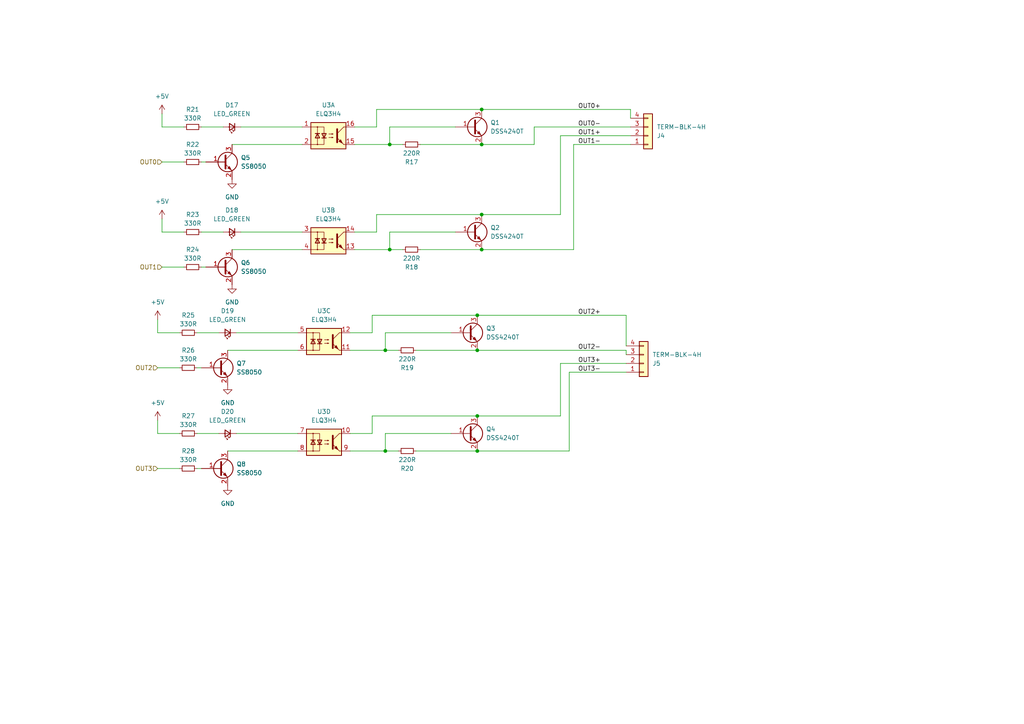
<source format=kicad_sch>
(kicad_sch (version 20230121) (generator eeschema)
  (paper "A4")
  (title_block (title "Kanalog JP12 breakout") (date "2023-05-30") (rev "rev0"))
  (lib_symbols
    (symbol "Device:R_Small" (pin_numbers hide) (pin_names (offset 0.254) hide)
      (property "Reference" "R" (at 0.762 0.508 0))
      (property "Value" "R_Small" (at 0.762 -1.016 0))
      (symbol "R_Small_0_1"
        (rectangle (start -0.762 1.778) (end 0.762 -1.778) (stroke (width 0.2032)))
      )
      (symbol "R_Small_1_1"
        (pin passive line (at 0 2.54 270) (length 0.762) (name "~") (number "1"))
        (pin passive line (at 0 -2.54 90) (length 0.762) (name "~") (number "2"))
      )
    )
    (symbol "hadv-buffers-translators:ELQ3H4" (pin_names (offset 1.016))
      (property "Reference" "U" (at -5.08 5.08 0))
      (property "Value" "ELQ3H4" (at 0 5.08 0))
      (symbol "ELQ3H4_0_1"
        (rectangle (start -5.08 3.81) (end 5.08 -3.81) (stroke (width 0.254)) (fill (type background)))
        (circle (center -3.175 -2.54) (radius 0.127))
        (circle (center -3.175 2.54) (radius 0.127))
        (polyline (pts (xy -3.81 0.635) (xy -2.54 0.635)) (stroke (width 0.254)))
        (polyline (pts (xy -3.175 0.635) (xy -3.175 -2.54)))
        (polyline (pts (xy -3.175 0.635) (xy -3.175 2.54)))
        (polyline (pts (xy -1.905 -0.635) (xy -0.635 -0.635)) (stroke (width 0.254)))
        (polyline (pts (xy 2.54 0.635) (xy 4.445 2.54)))
        (polyline (pts (xy 4.445 -2.54) (xy 2.54 -0.635)) (fill (type outline)))
        (polyline (pts (xy 4.445 -2.54) (xy 5.08 -2.54)))
        (polyline (pts (xy 4.445 2.54) (xy 5.08 2.54)))
        (polyline (pts (xy -5.08 2.54) (xy -1.27 2.54) (xy -1.27 -0.635)))
        (polyline (pts (xy -1.27 -0.635) (xy -1.27 -2.54) (xy -5.08 -2.54)))
        (polyline (pts (xy 2.54 1.905) (xy 2.54 -1.905) (xy 2.54 -1.905)) (stroke (width 0.508)))
        (polyline (pts (xy -3.175 0.635) (xy -3.81 -0.635) (xy -2.54 -0.635) (xy -3.175 0.635)) (stroke (width 0.254)))
        (polyline (pts (xy -1.27 -0.635) (xy -1.905 0.635) (xy -0.635 0.635) (xy -1.27 -0.635)) (stroke (width 0.254)))
        (polyline (pts (xy 0.127 -0.508) (xy 1.397 -0.508) (xy 1.016 -0.635) (xy 1.016 -0.381) (xy 1.397 -0.508)))
        (polyline (pts (xy 0.127 0.508) (xy 1.397 0.508) (xy 1.016 0.381) (xy 1.016 0.635) (xy 1.397 0.508)))
        (polyline (pts (xy 3.048 -1.651) (xy 3.556 -1.143) (xy 4.064 -2.159) (xy 3.048 -1.651) (xy 3.048 -1.651)) (fill (type outline)))
      )
      (symbol "ELQ3H4_1_1"
        (pin passive line (at -7.62 2.54 0) (length 2.54) (name "~") (number "1"))
        (pin passive line (at 7.62 -2.54 180) (length 2.54) (name "~") (number "15"))
        (pin passive line (at 7.62 2.54 180) (length 2.54) (name "~") (number "16"))
        (pin passive line (at -7.62 -2.54 0) (length 2.54) (name "~") (number "2"))
      )
      (symbol "ELQ3H4_2_1"
        (pin passive line (at 7.62 -2.54 180) (length 2.54) (name "~") (number "13"))
        (pin passive line (at 7.62 2.54 180) (length 2.54) (name "~") (number "14"))
        (pin passive line (at -7.62 2.54 0) (length 2.54) (name "~") (number "3"))
        (pin passive line (at -7.62 -2.54 0) (length 2.54) (name "~") (number "4"))
      )
      (symbol "ELQ3H4_3_1"
        (pin passive line (at 7.62 -2.54 180) (length 2.54) (name "~") (number "11"))
        (pin passive line (at 7.62 2.54 180) (length 2.54) (name "~") (number "12"))
        (pin passive line (at -7.62 2.54 0) (length 2.54) (name "~") (number "5"))
        (pin passive line (at -7.62 -2.54 0) (length 2.54) (name "~") (number "6"))
      )
      (symbol "ELQ3H4_4_1"
        (pin passive line (at 7.62 2.54 180) (length 2.54) (name "~") (number "10"))
        (pin passive line (at -7.62 2.54 0) (length 2.54) (name "~") (number "7"))
        (pin passive line (at -7.62 -2.54 0) (length 2.54) (name "~") (number "8"))
        (pin passive line (at 7.62 -2.54 180) (length 2.54) (name "~") (number "9"))
      )
    )
    (symbol "hadv-connectors:TERM-BLK-4H" (pin_names (offset 1.016) hide)
      (property "Reference" "J" (at 0 5.08 0))
      (property "Value" "TERM-BLK-4H" (at 0 -7.62 0))
      (symbol "TERM-BLK-4H_1_1"
        (rectangle (start -1.27 -4.953) (end 0 -5.207) (stroke (width 0.1524)))
        (rectangle (start -1.27 -2.413) (end 0 -2.667) (stroke (width 0.1524)))
        (rectangle (start -1.27 0.127) (end 0 -0.127) (stroke (width 0.1524)))
        (rectangle (start -1.27 2.667) (end 0 2.413) (stroke (width 0.1524)))
        (rectangle (start -1.27 3.81) (end 1.27 -6.35) (stroke (width 0.254)) (fill (type background)))
        (pin passive line (at -5.08 2.54 0) (length 3.81) (name "Pin_1") (number "1"))
        (pin passive line (at -5.08 0 0) (length 3.81) (name "Pin_2") (number "2"))
        (pin passive line (at -5.08 -2.54 0) (length 3.81) (name "Pin_3") (number "3"))
        (pin passive line (at -5.08 -5.08 0) (length 3.81) (name "Pin_4") (number "4"))
      )
    )
    (symbol "hadv-transistors:DSS4240T" (pin_names (offset 0) hide)
      (property "Reference" "Q" (at 5.08 1.27 0))
      (property "Value" "DSS4240T" (at 5.08 -1.27 0))
      (symbol "DSS4240T_0_1"
        (polyline (pts (xy 0.635 0.635) (xy 2.54 2.54)))
        (polyline (pts (xy 0.635 -0.635) (xy 2.54 -2.54) (xy 2.54 -2.54)))
        (polyline (pts (xy 0.635 1.905) (xy 0.635 -1.905) (xy 0.635 -1.905)) (stroke (width 0.508)))
        (polyline (pts (xy 1.27 -1.778) (xy 1.778 -1.27) (xy 2.286 -2.286) (xy 1.27 -1.778) (xy 1.27 -1.778)) (fill (type outline)))
        (circle (center 1.27 0) (radius 2.8194) (stroke (width 0.254)))
      )
      (symbol "DSS4240T_1_1"
        (pin input line (at -5.08 0 0) (length 5.715) (name "B") (number "1"))
        (pin passive line (at 2.54 -5.08 90) (length 2.54) (name "E") (number "2"))
        (pin passive line (at 2.54 5.08 270) (length 2.54) (name "C") (number "3"))
      )
    )
    (symbol "hadv-transistors:SS8050" (pin_names (offset 0) hide)
      (property "Reference" "Q" (at 5.08 1.27 0))
      (property "Value" "SS8050" (at 5.08 -1.27 0))
      (symbol "SS8050_0_1"
        (polyline (pts (xy 0.635 0.635) (xy 2.54 2.54)))
        (polyline (pts (xy 0.635 -0.635) (xy 2.54 -2.54) (xy 2.54 -2.54)))
        (polyline (pts (xy 0.635 1.905) (xy 0.635 -1.905) (xy 0.635 -1.905)) (stroke (width 0.508)))
        (polyline (pts (xy 1.27 -1.778) (xy 1.778 -1.27) (xy 2.286 -2.286) (xy 1.27 -1.778) (xy 1.27 -1.778)) (fill (type outline)))
        (circle (center 1.27 0) (radius 2.8194) (stroke (width 0.254)))
      )
      (symbol "SS8050_1_1"
        (pin input line (at -5.08 0 0) (length 5.715) (name "B") (number "1"))
        (pin passive line (at 2.54 -5.08 90) (length 2.54) (name "E") (number "2"))
        (pin passive line (at 2.54 5.08 270) (length 2.54) (name "C") (number "3"))
      )
    )
    (symbol "hadv-ui:LED_GREEN" (pin_numbers hide) (pin_names (offset 0.254) hide)
      (property "Reference" "D" (at -1.27 3.175 0))
      (property "Value" "LED_GREEN" (at -4.445 -2.54 0))
      (symbol "LED_GREEN_0_1"
        (polyline (pts (xy -0.762 -1.016) (xy -0.762 1.016)) (stroke (width 0.254)))
        (polyline (pts (xy 1.016 0) (xy -0.762 0)))
        (polyline (pts (xy 0.762 -1.016) (xy -0.762 0) (xy 0.762 1.016) (xy 0.762 -1.016)) (stroke (width 0.254)))
        (polyline (pts (xy 0 0.762) (xy -0.508 1.27) (xy -0.254 1.27) (xy -0.508 1.27) (xy -0.508 1.016)))
        (polyline (pts (xy 0.508 1.27) (xy 0 1.778) (xy 0.254 1.778) (xy 0 1.778) (xy 0 1.524)))
      )
      (symbol "LED_GREEN_1_1"
        (pin passive line (at -2.54 0 0) (length 1.778) (name "K") (number "1"))
        (pin passive line (at 2.54 0 180) (length 1.778) (name "A") (number "2"))
      )
    )
    (symbol "power:+5V" (power) (pin_names (offset 0))
      (property "Value" "+5V" (at 0 3.556 0))
      (symbol "+5V_0_1"
        (polyline (pts (xy -0.762 1.27) (xy 0 2.54)))
        (polyline (pts (xy 0 0) (xy 0 2.54)))
        (polyline (pts (xy 0 2.54) (xy 0.762 1.27)))
      )
      (symbol "+5V_1_1"
        (pin power_in line (at 0 0 90) (length 0) hide (name "+5V") (number "1"))
      )
    )
    (symbol "power:GND" (power) (pin_names (offset 0))
      (property "Value" "GND" (at 0 -3.81 0))
      (symbol "GND_0_1"
        (polyline (pts (xy 0 0) (xy 0 -1.27) (xy 1.27 -1.27) (xy 0 -2.54) (xy -1.27 -1.27) (xy 0 -1.27)))
      )
      (symbol "GND_1_1"
        (pin power_in line (at 0 0 270) (length 0) hide (name "GND") (number "1"))
      )
    )
  )
  (junction (at 139.7 31.75))
  (junction (at 138.43 101.6))
  (junction (at 139.7 41.91))
  (junction (at 113.03 72.39))
  (junction (at 113.03 41.91))
  (junction (at 138.43 120.65))
  (junction (at 139.7 62.23))
  (junction (at 139.7 72.39))
  (junction (at 111.76 130.81))
  (junction (at 138.43 91.44))
  (junction (at 138.43 130.81))
  (junction (at 111.76 101.6))
  (wire (pts (xy 181.61 91.44) (xy 181.61 100.33)))
  (wire (pts (xy 101.6 101.6) (xy 111.76 101.6)))
  (wire (pts (xy 45.72 92.71) (xy 45.72 96.52)))
  (wire (pts (xy 139.7 41.91) (xy 154.94 41.91)))
  (wire (pts (xy 113.03 41.91) (xy 116.84 41.91)))
  (wire (pts (xy 182.88 36.83) (xy 154.94 36.83)))
  (wire (pts (xy 109.22 31.75) (xy 139.7 31.75)))
  (wire (pts (xy 45.72 135.89) (xy 52.07 135.89)))
  (wire (pts (xy 130.81 125.73) (xy 111.76 125.73)))
  (wire (pts (xy 182.88 31.75) (xy 182.88 34.29)))
  (wire (pts (xy 111.76 101.6) (xy 115.57 101.6)))
  (wire (pts (xy 138.43 101.6) (xy 181.61 101.6)))
  (wire (pts (xy 130.81 96.52) (xy 111.76 96.52)))
  (wire (pts (xy 138.43 91.44) (xy 181.61 91.44)))
  (wire (pts (xy 121.92 41.91) (xy 139.7 41.91)))
  (wire (pts (xy 53.34 67.31) (xy 46.99 67.31)))
  (wire (pts (xy 107.95 125.73) (xy 107.95 120.65)))
  (wire (pts (xy 58.42 67.31) (xy 64.77 67.31)))
  (wire (pts (xy 57.15 96.52) (xy 63.5 96.52)))
  (wire (pts (xy 45.72 121.92) (xy 45.72 125.73)))
  (wire (pts (xy 66.04 101.6) (xy 86.36 101.6)))
  (wire (pts (xy 139.7 62.23) (xy 162.56 62.23)))
  (wire (pts (xy 58.42 46.99) (xy 59.69 46.99)))
  (wire (pts (xy 102.87 67.31) (xy 109.22 67.31)))
  (wire (pts (xy 139.7 72.39) (xy 166.37 72.39)))
  (wire (pts (xy 107.95 91.44) (xy 138.43 91.44)))
  (wire (pts (xy 46.99 63.5) (xy 46.99 67.31)))
  (wire (pts (xy 57.15 106.68) (xy 58.42 106.68)))
  (wire (pts (xy 101.6 96.52) (xy 107.95 96.52)))
  (wire (pts (xy 101.6 125.73) (xy 107.95 125.73)))
  (wire (pts (xy 68.58 125.73) (xy 86.36 125.73)))
  (wire (pts (xy 46.99 77.47) (xy 53.34 77.47)))
  (wire (pts (xy 52.07 96.52) (xy 45.72 96.52)))
  (wire (pts (xy 53.34 36.83) (xy 46.99 36.83)))
  (wire (pts (xy 102.87 72.39) (xy 113.03 72.39)))
  (wire (pts (xy 67.31 72.39) (xy 87.63 72.39)))
  (wire (pts (xy 57.15 125.73) (xy 63.5 125.73)))
  (wire (pts (xy 46.99 46.99) (xy 53.34 46.99)))
  (wire (pts (xy 107.95 96.52) (xy 107.95 91.44)))
  (wire (pts (xy 109.22 36.83) (xy 109.22 31.75)))
  (wire (pts (xy 52.07 125.73) (xy 45.72 125.73)))
  (wire (pts (xy 162.56 120.65) (xy 162.56 105.41)))
  (wire (pts (xy 67.31 41.91) (xy 87.63 41.91)))
  (wire (pts (xy 138.43 120.65) (xy 162.56 120.65)))
  (wire (pts (xy 69.85 67.31) (xy 87.63 67.31)))
  (wire (pts (xy 107.95 120.65) (xy 138.43 120.65)))
  (wire (pts (xy 154.94 36.83) (xy 154.94 41.91)))
  (wire (pts (xy 162.56 62.23) (xy 162.56 39.37)))
  (wire (pts (xy 69.85 36.83) (xy 87.63 36.83)))
  (wire (pts (xy 121.92 72.39) (xy 139.7 72.39)))
  (wire (pts (xy 113.03 36.83) (xy 113.03 41.91)))
  (wire (pts (xy 101.6 130.81) (xy 111.76 130.81)))
  (wire (pts (xy 162.56 39.37) (xy 182.88 39.37)))
  (wire (pts (xy 109.22 67.31) (xy 109.22 62.23)))
  (wire (pts (xy 45.72 106.68) (xy 52.07 106.68)))
  (wire (pts (xy 58.42 77.47) (xy 59.69 77.47)))
  (wire (pts (xy 166.37 41.91) (xy 182.88 41.91)))
  (wire (pts (xy 102.87 41.91) (xy 113.03 41.91)))
  (wire (pts (xy 165.1 107.95) (xy 181.61 107.95)))
  (wire (pts (xy 165.1 107.95) (xy 165.1 130.81)))
  (wire (pts (xy 46.99 33.02) (xy 46.99 36.83)))
  (wire (pts (xy 111.76 130.81) (xy 115.57 130.81)))
  (wire (pts (xy 120.65 101.6) (xy 138.43 101.6)))
  (wire (pts (xy 162.56 105.41) (xy 181.61 105.41)))
  (wire (pts (xy 68.58 96.52) (xy 86.36 96.52)))
  (wire (pts (xy 58.42 36.83) (xy 64.77 36.83)))
  (wire (pts (xy 111.76 96.52) (xy 111.76 101.6)))
  (wire (pts (xy 113.03 72.39) (xy 116.84 72.39)))
  (wire (pts (xy 132.08 67.31) (xy 113.03 67.31)))
  (wire (pts (xy 113.03 67.31) (xy 113.03 72.39)))
  (wire (pts (xy 109.22 62.23) (xy 139.7 62.23)))
  (wire (pts (xy 66.04 130.81) (xy 86.36 130.81)))
  (wire (pts (xy 111.76 125.73) (xy 111.76 130.81)))
  (wire (pts (xy 57.15 135.89) (xy 58.42 135.89)))
  (wire (pts (xy 102.87 36.83) (xy 109.22 36.83)))
  (wire (pts (xy 166.37 41.91) (xy 166.37 72.39)))
  (wire (pts (xy 120.65 130.81) (xy 138.43 130.81)))
  (wire (pts (xy 139.7 31.75) (xy 182.88 31.75)))
  (wire (pts (xy 181.61 101.6) (xy 181.61 102.87)))
  (wire (pts (xy 138.43 130.81) (xy 165.1 130.81)))
  (wire (pts (xy 132.08 36.83) (xy 113.03 36.83)))
  (label "OUT0-" (at 167.64 36.83 0))
  (label "OUT1+" (at 167.64 39.37 0))
  (label "OUT2+" (at 167.64 91.44 0))
  (label "OUT3+" (at 167.64 105.41 0))
  (label "OUT2-" (at 167.64 101.6 0))
  (label "OUT1-" (at 167.64 41.91 0))
  (label "OUT3-" (at 167.64 107.95 0))
  (label "OUT0+" (at 167.64 31.75 0))
  (hierarchical_label "OUT0" (shape input) (at 46.99 46.99 180))
  (hierarchical_label "OUT2" (shape input) (at 45.72 106.68 180))
  (hierarchical_label "OUT1" (shape input) (at 46.99 77.47 180))
  (hierarchical_label "OUT3" (shape input) (at 45.72 135.89 180))
  (symbol (lib_id "Device:R_Small") (at 54.61 125.73 90) (unit 1)
    (property "Reference" "R27" (at 54.61 120.65 90))
    (property "Value" "330R" (at 54.61 123.19 90))
    (property "Footprint" "Resistor_SMD:R_0603_1608Metric" (effects hide))
    (property "LCSC#" "C23138" (effects hide))
    (property "MPN" "0603WAF3300T5E" (effects hide))
    (property "Manufacturer" "Uniroyal" (effects hide))
    (instances (project "kanalog-jp12-breakout" (path "" (reference "R27") (unit 1)) (path "" (reference "R31") (unit 1))))
  )
  (symbol (lib_id "power:GND") (at 66.04 111.76 0) (unit 1)
    (property "Reference" "#PWR021" (effects hide))
    (property "Value" "GND" (at 66.04 116.84 0))
    (instances (project "kanalog-jp12-breakout" (path "" (reference "#PWR021") (unit 1)) (path "" (reference "#PWR028") (unit 1))))
  )
  (symbol (lib_id "hadv-connectors:TERM-BLK-4H") (at 186.69 105.41 0) (mirror x) (unit 1)
    (property "Reference" "J5" (at 189.23 105.41 0) (effects (justify left)))
    (property "Value" "TERM-BLK-4H" (at 189.23 102.87 0) (effects (justify left)))
    (property "Footprint" "Connector_Phoenix_MC:PhoenixContact_MC_1,5_4-G-3.5_1x04_P3.50mm_Horizontal" (effects hide))
    (property "MPN" "KF2EDGR-3.5-4P" (effects hide))
    (property "Manufacturer" "Cixi Kefa Elec" (effects hide))
    (property "LCSC#" "C441173" (effects hide))
    (instances (project "kanalog-jp12-breakout" (path "" (reference "J5") (unit 1)) (path "" (reference "J6") (unit 1))))
  )
  (symbol (lib_id "hadv-buffers-translators:ELQ3H4") (at 95.25 39.37 0) (unit 1)
    (property "Reference" "U3" (at 95.25 30.48 0))
    (property "Value" "ELQ3H4" (at 95.25 33.02 0))
    (property "Footprint" "Package_SO:SOIC-16W_5.3x10.2mm_P1.27mm" (effects hide))
    (property "Datasheet" "https://datasheet.lcsc.com/lcsc/1810301025_Everlight-Elec-ELQ3H4-TA-G_C150957.pdf" (effects hide))
    (property "MPN" "ELQ3H4(TA)-G" (effects hide))
    (property "Manufacturer" "Everlight Elec" (effects hide))
    (property "LCSC#" "C150957" (effects hide))
    (instances (project "kanalog-jp12-breakout" (path "" (reference "U3") (unit 1)) (path "" (reference "U4") (unit 1))))
  )
  (symbol (lib_id "hadv-ui:LED_GREEN") (at 66.04 125.73 180) (unit 1)
    (property "Reference" "D20" (at 65.9765 119.38 0))
    (property "Value" "LED_GREEN" (at 65.9765 121.92 0))
    (property "Footprint" "LED_SMD:LED_0603_1608Metric" (effects hide))
    (property "MPN" "SZYY0603YG" (effects hide))
    (property "Manufacturer" "Yongyu Photoelectric" (effects hide))
    (property "LCSC#" "C434423" (effects hide))
    (instances (project "kanalog-jp12-breakout" (path "" (reference "D20") (unit 1)) (path "" (reference "D22") (unit 1))))
  )
  (symbol (lib_id "hadv-transistors:SS8050") (at 64.77 46.99 0) (unit 1)
    (property "Reference" "Q5" (at 69.85 45.72 0) (effects (justify left)))
    (property "Value" "SS8050" (at 69.85 48.26 0) (effects (justify left)))
    (property "Footprint" "Package_TO_SOT_SMD:SOT-23" (effects hide))
    (property "MPN" "SS8050" (effects hide))
    (property "Manufacturer" "Jiangsu Changjing Electronics" (effects hide))
    (property "LCSC#" "C2150" (effects hide))
    (instances (project "kanalog-jp12-breakout" (path "" (reference "Q5") (unit 1)) (path "" (reference "Q11") (unit 1))))
  )
  (symbol (lib_id "power:+5V") (at 45.72 121.92 0) (unit 1)
    (property "Reference" "#PWR022" (effects hide))
    (property "Value" "+5V" (at 45.72 116.84 0))
    (instances (project "kanalog-jp12-breakout" (path "" (reference "#PWR022") (unit 1)) (path "" (reference "#PWR025") (unit 1))))
  )
  (symbol (lib_id "Device:R_Small") (at 119.38 41.91 270) (unit 1)
    (property "Reference" "R17" (at 119.38 46.99 90))
    (property "Value" "220R" (at 119.38 44.45 90))
    (property "Footprint" "Resistor_SMD:R_0603_1608Metric" (effects hide))
    (property "LCSC#" "C22962" (effects hide))
    (property "MPN" "0603WAF2200T5E" (effects hide))
    (property "Manufacturer" "Uniroyal" (effects hide))
    (instances (project "kanalog-jp12-breakout" (path "" (reference "R17") (unit 1)) (path "" (reference "R39") (unit 1))))
  )
  (symbol (lib_id "Device:R_Small") (at 55.88 67.31 90) (unit 1)
    (property "Reference" "R23" (at 55.88 62.23 90))
    (property "Value" "330R" (at 55.88 64.77 90))
    (property "Footprint" "Resistor_SMD:R_0603_1608Metric" (effects hide))
    (property "LCSC#" "C23138" (effects hide))
    (property "MPN" "0603WAF3300T5E" (effects hide))
    (property "Manufacturer" "Uniroyal" (effects hide))
    (instances (project "kanalog-jp12-breakout" (path "" (reference "R23") (unit 1)) (path "" (reference "R35") (unit 1))))
  )
  (symbol (lib_id "Device:R_Small") (at 54.61 96.52 90) (unit 1)
    (property "Reference" "R25" (at 54.61 91.44 90))
    (property "Value" "330R" (at 54.61 93.98 90))
    (property "Footprint" "Resistor_SMD:R_0603_1608Metric" (effects hide))
    (property "LCSC#" "C23138" (effects hide))
    (property "MPN" "0603WAF3300T5E" (effects hide))
    (property "Manufacturer" "Uniroyal" (effects hide))
    (instances (project "kanalog-jp12-breakout" (path "" (reference "R25") (unit 1)) (path "" (reference "R29") (unit 1))))
  )
  (symbol (lib_id "power:GND") (at 66.04 140.97 0) (unit 1)
    (property "Reference" "#PWR023" (effects hide))
    (property "Value" "GND" (at 66.04 146.05 0))
    (instances (project "kanalog-jp12-breakout" (path "" (reference "#PWR023") (unit 1)) (path "" (reference "#PWR029") (unit 1))))
  )
  (symbol (lib_id "power:GND") (at 67.31 52.07 0) (unit 1)
    (property "Reference" "#PWR017" (effects hide))
    (property "Value" "GND" (at 67.31 57.15 0))
    (instances (project "kanalog-jp12-breakout" (path "" (reference "#PWR017") (unit 1)) (path "" (reference "#PWR030") (unit 1))))
  )
  (symbol (lib_id "hadv-transistors:DSS4240T") (at 137.16 67.31 0) (unit 1)
    (property "Reference" "Q2" (at 142.24 66.04 0) (effects (justify left)))
    (property "Value" "DSS4240T" (at 142.24 68.58 0) (effects (justify left)))
    (property "Footprint" "Package_TO_SOT_SMD:SOT-23" (effects hide))
    (property "Datasheet" "https://datasheet.lcsc.com/lcsc/1809081612_Diodes-Incorporated-DSS4240T-7_C151399.pdf" (effects hide))
    (property "LCSC#" "C151399" (effects hide))
    (property "Manufacturer" "Diodes Inc" (effects hide))
    (property "MPN" "DSS4240T-7" (effects hide))
    (instances (project "kanalog-jp12-breakout" (path "" (reference "Q2") (unit 1)) (path "" (reference "Q16") (unit 1))))
  )
  (symbol (lib_id "hadv-transistors:DSS4240T") (at 135.89 125.73 0) (unit 1)
    (property "Reference" "Q4" (at 140.97 124.46 0) (effects (justify left)))
    (property "Value" "DSS4240T" (at 140.97 127 0) (effects (justify left)))
    (property "Footprint" "Package_TO_SOT_SMD:SOT-23" (effects hide))
    (property "Datasheet" "https://datasheet.lcsc.com/lcsc/1809081612_Diodes-Incorporated-DSS4240T-7_C151399.pdf" (effects hide))
    (property "LCSC#" "C151399" (effects hide))
    (property "Manufacturer" "Diodes Inc" (effects hide))
    (property "MPN" "DSS4240T-7" (effects hide))
    (instances (project "kanalog-jp12-breakout" (path "" (reference "Q4") (unit 1)) (path "" (reference "Q14") (unit 1))))
  )
  (symbol (lib_id "hadv-buffers-translators:ELQ3H4") (at 95.25 69.85 0) (unit 2)
    (property "Reference" "U3" (at 95.25 60.96 0))
    (property "Value" "ELQ3H4" (at 95.25 63.5 0))
    (property "Footprint" "Package_SO:SOIC-16W_5.3x10.2mm_P1.27mm" (effects hide))
    (property "Datasheet" "https://datasheet.lcsc.com/lcsc/1810301025_Everlight-Elec-ELQ3H4-TA-G_C150957.pdf" (effects hide))
    (property "MPN" "ELQ3H4(TA)-G" (effects hide))
    (property "Manufacturer" "Everlight Elec" (effects hide))
    (property "LCSC#" "C150957" (effects hide))
    (instances (project "kanalog-jp12-breakout" (path "" (reference "U3") (unit 2)) (path "" (reference "U4") (unit 2))))
  )
  (symbol (lib_id "Device:R_Small") (at 118.11 101.6 270) (unit 1)
    (property "Reference" "R19" (at 118.11 106.68 90))
    (property "Value" "220R" (at 118.11 104.14 90))
    (property "Footprint" "Resistor_SMD:R_0603_1608Metric" (effects hide))
    (property "LCSC#" "C22962" (effects hide))
    (property "MPN" "0603WAF2200T5E" (effects hide))
    (property "Manufacturer" "Uniroyal" (effects hide))
    (instances (project "kanalog-jp12-breakout" (path "" (reference "R19") (unit 1)) (path "" (reference "R37") (unit 1))))
  )
  (symbol (lib_id "hadv-transistors:DSS4240T") (at 135.89 96.52 0) (unit 1)
    (property "Reference" "Q3" (at 140.97 95.25 0) (effects (justify left)))
    (property "Value" "DSS4240T" (at 140.97 97.79 0) (effects (justify left)))
    (property "Footprint" "Package_TO_SOT_SMD:SOT-23" (effects hide))
    (property "Datasheet" "https://datasheet.lcsc.com/lcsc/1809081612_Diodes-Incorporated-DSS4240T-7_C151399.pdf" (effects hide))
    (property "LCSC#" "C151399" (effects hide))
    (property "Manufacturer" "Diodes Inc" (effects hide))
    (property "MPN" "DSS4240T-7" (effects hide))
    (instances (project "kanalog-jp12-breakout" (path "" (reference "Q3") (unit 1)) (path "" (reference "Q13") (unit 1))))
  )
  (symbol (lib_id "Device:R_Small") (at 55.88 46.99 90) (unit 1)
    (property "Reference" "R22" (at 55.88 41.91 90))
    (property "Value" "330R" (at 55.88 44.45 90))
    (property "Footprint" "Resistor_SMD:R_0603_1608Metric" (effects hide))
    (property "LCSC#" "C23138" (effects hide))
    (property "MPN" "0603WAF3300T5E" (effects hide))
    (property "Manufacturer" "Uniroyal" (effects hide))
    (instances (project "kanalog-jp12-breakout" (path "" (reference "R22") (unit 1)) (path "" (reference "R34") (unit 1))))
  )
  (symbol (lib_id "Device:R_Small") (at 55.88 77.47 90) (unit 1)
    (property "Reference" "R24" (at 55.88 72.39 90))
    (property "Value" "330R" (at 55.88 74.93 90))
    (property "Footprint" "Resistor_SMD:R_0603_1608Metric" (effects hide))
    (property "LCSC#" "C23138" (effects hide))
    (property "MPN" "0603WAF3300T5E" (effects hide))
    (property "Manufacturer" "Uniroyal" (effects hide))
    (instances (project "kanalog-jp12-breakout" (path "" (reference "R24") (unit 1)) (path "" (reference "R36") (unit 1))))
  )
  (symbol (lib_id "hadv-buffers-translators:ELQ3H4") (at 93.98 128.27 0) (unit 4)
    (property "Reference" "U3" (at 93.98 119.38 0))
    (property "Value" "ELQ3H4" (at 93.98 121.92 0))
    (property "Footprint" "Package_SO:SOIC-16W_5.3x10.2mm_P1.27mm" (effects hide))
    (property "Datasheet" "https://datasheet.lcsc.com/lcsc/1810301025_Everlight-Elec-ELQ3H4-TA-G_C150957.pdf" (effects hide))
    (property "MPN" "ELQ3H4(TA)-G" (effects hide))
    (property "Manufacturer" "Everlight Elec" (effects hide))
    (property "LCSC#" "C150957" (effects hide))
    (instances (project "kanalog-jp12-breakout" (path "" (reference "U3") (unit 4)) (path "" (reference "U4") (unit 4))))
  )
  (symbol (lib_id "Device:R_Small") (at 55.88 36.83 90) (unit 1)
    (property "Reference" "R21" (at 55.88 31.75 90))
    (property "Value" "330R" (at 55.88 34.29 90))
    (property "Footprint" "Resistor_SMD:R_0603_1608Metric" (effects hide))
    (property "LCSC#" "C23138" (effects hide))
    (property "MPN" "0603WAF3300T5E" (effects hide))
    (property "Manufacturer" "Uniroyal" (effects hide))
    (instances (project "kanalog-jp12-breakout" (path "" (reference "R21") (unit 1)) (path "" (reference "R33") (unit 1))))
  )
  (symbol (lib_id "Device:R_Small") (at 118.11 130.81 270) (unit 1)
    (property "Reference" "R20" (at 118.11 135.89 90))
    (property "Value" "220R" (at 118.11 133.35 90))
    (property "Footprint" "Resistor_SMD:R_0603_1608Metric" (effects hide))
    (property "LCSC#" "C22962" (effects hide))
    (property "MPN" "0603WAF2200T5E" (effects hide))
    (property "Manufacturer" "Uniroyal" (effects hide))
    (instances (project "kanalog-jp12-breakout" (path "" (reference "R20") (unit 1)) (path "" (reference "R38") (unit 1))))
  )
  (symbol (lib_id "Device:R_Small") (at 54.61 135.89 90) (unit 1)
    (property "Reference" "R28" (at 54.61 130.81 90))
    (property "Value" "330R" (at 54.61 133.35 90))
    (property "Footprint" "Resistor_SMD:R_0603_1608Metric" (effects hide))
    (property "LCSC#" "C23138" (effects hide))
    (property "MPN" "0603WAF3300T5E" (effects hide))
    (property "Manufacturer" "Uniroyal" (effects hide))
    (instances (project "kanalog-jp12-breakout" (path "" (reference "R28") (unit 1)) (path "" (reference "R32") (unit 1))))
  )
  (symbol (lib_id "hadv-transistors:SS8050") (at 63.5 106.68 0) (unit 1)
    (property "Reference" "Q7" (at 68.58 105.41 0) (effects (justify left)))
    (property "Value" "SS8050" (at 68.58 107.95 0) (effects (justify left)))
    (property "Footprint" "Package_TO_SOT_SMD:SOT-23" (effects hide))
    (property "MPN" "SS8050" (effects hide))
    (property "Manufacturer" "Jiangsu Changjing Electronics" (effects hide))
    (property "LCSC#" "C2150" (effects hide))
    (instances (project "kanalog-jp12-breakout" (path "" (reference "Q7") (unit 1)) (path "" (reference "Q9") (unit 1))))
  )
  (symbol (lib_id "hadv-transistors:DSS4240T") (at 137.16 36.83 0) (unit 1)
    (property "Reference" "Q1" (at 142.24 35.56 0) (effects (justify left)))
    (property "Value" "DSS4240T" (at 142.24 38.1 0) (effects (justify left)))
    (property "Footprint" "Package_TO_SOT_SMD:SOT-23" (effects hide))
    (property "Datasheet" "https://datasheet.lcsc.com/lcsc/1809081612_Diodes-Incorporated-DSS4240T-7_C151399.pdf" (effects hide))
    (property "LCSC#" "C151399" (effects hide))
    (property "Manufacturer" "Diodes Inc" (effects hide))
    (property "MPN" "DSS4240T-7" (effects hide))
    (instances (project "kanalog-jp12-breakout" (path "" (reference "Q1") (unit 1)) (path "" (reference "Q15") (unit 1))))
  )
  (symbol (lib_id "hadv-transistors:SS8050") (at 64.77 77.47 0) (unit 1)
    (property "Reference" "Q6" (at 69.85 76.2 0) (effects (justify left)))
    (property "Value" "SS8050" (at 69.85 78.74 0) (effects (justify left)))
    (property "Footprint" "Package_TO_SOT_SMD:SOT-23" (effects hide))
    (property "MPN" "SS8050" (effects hide))
    (property "Manufacturer" "Jiangsu Changjing Electronics" (effects hide))
    (property "LCSC#" "C2150" (effects hide))
    (instances (project "kanalog-jp12-breakout" (path "" (reference "Q6") (unit 1)) (path "" (reference "Q12") (unit 1))))
  )
  (symbol (lib_id "hadv-connectors:TERM-BLK-4H") (at 187.96 39.37 0) (mirror x) (unit 1)
    (property "Reference" "J4" (at 190.5 39.37 0) (effects (justify left)))
    (property "Value" "TERM-BLK-4H" (at 190.5 36.83 0) (effects (justify left)))
    (property "Footprint" "Connector_Phoenix_MC:PhoenixContact_MC_1,5_4-G-3.5_1x04_P3.50mm_Horizontal" (effects hide))
    (property "MPN" "KF2EDGR-3.5-4P" (effects hide))
    (property "Manufacturer" "Cixi Kefa Elec" (effects hide))
    (property "LCSC#" "C441173" (effects hide))
    (instances (project "kanalog-jp12-breakout" (path "" (reference "J4") (unit 1)) (path "" (reference "J7") (unit 1))))
  )
  (symbol (lib_id "hadv-ui:LED_GREEN") (at 67.31 67.31 180) (unit 1)
    (property "Reference" "D18" (at 67.2465 60.96 0))
    (property "Value" "LED_GREEN" (at 67.2465 63.5 0))
    (property "Footprint" "LED_SMD:LED_0603_1608Metric" (effects hide))
    (property "MPN" "SZYY0603YG" (effects hide))
    (property "Manufacturer" "Yongyu Photoelectric" (effects hide))
    (property "LCSC#" "C434423" (effects hide))
    (instances (project "kanalog-jp12-breakout" (path "" (reference "D18") (unit 1)) (path "" (reference "D24") (unit 1))))
  )
  (symbol (lib_id "Device:R_Small") (at 119.38 72.39 270) (unit 1)
    (property "Reference" "R18" (at 119.38 77.47 90))
    (property "Value" "220R" (at 119.38 74.93 90))
    (property "Footprint" "Resistor_SMD:R_0603_1608Metric" (effects hide))
    (property "LCSC#" "C22962" (effects hide))
    (property "MPN" "0603WAF2200T5E" (effects hide))
    (property "Manufacturer" "Uniroyal" (effects hide))
    (instances (project "kanalog-jp12-breakout" (path "" (reference "R18") (unit 1)) (path "" (reference "R40") (unit 1))))
  )
  (symbol (lib_id "power:+5V") (at 46.99 33.02 0) (unit 1)
    (property "Reference" "#PWR016" (effects hide))
    (property "Value" "+5V" (at 46.99 27.94 0))
    (instances (project "kanalog-jp12-breakout" (path "" (reference "#PWR016") (unit 1)) (path "" (reference "#PWR026") (unit 1))))
  )
  (symbol (lib_id "hadv-buffers-translators:ELQ3H4") (at 93.98 99.06 0) (unit 3)
    (property "Reference" "U3" (at 93.98 90.17 0))
    (property "Value" "ELQ3H4" (at 93.98 92.71 0))
    (property "Footprint" "Package_SO:SOIC-16W_5.3x10.2mm_P1.27mm" (effects hide))
    (property "Datasheet" "https://datasheet.lcsc.com/lcsc/1810301025_Everlight-Elec-ELQ3H4-TA-G_C150957.pdf" (effects hide))
    (property "MPN" "ELQ3H4(TA)-G" (effects hide))
    (property "Manufacturer" "Everlight Elec" (effects hide))
    (property "LCSC#" "C150957" (effects hide))
    (instances (project "kanalog-jp12-breakout" (path "" (reference "U3") (unit 3)) (path "" (reference "U4") (unit 3))))
  )
  (symbol (lib_id "power:+5V") (at 46.99 63.5 0) (unit 1)
    (property "Reference" "#PWR018" (effects hide))
    (property "Value" "+5V" (at 46.99 58.42 0))
    (instances (project "kanalog-jp12-breakout" (path "" (reference "#PWR018") (unit 1)) (path "" (reference "#PWR027") (unit 1))))
  )
  (symbol (lib_id "power:+5V") (at 45.72 92.71 0) (unit 1)
    (property "Reference" "#PWR020" (effects hide))
    (property "Value" "+5V" (at 45.72 87.63 0))
    (instances (project "kanalog-jp12-breakout" (path "" (reference "#PWR020") (unit 1)) (path "" (reference "#PWR024") (unit 1))))
  )
  (symbol (lib_id "hadv-transistors:SS8050") (at 63.5 135.89 0) (unit 1)
    (property "Reference" "Q8" (at 68.58 134.62 0) (effects (justify left)))
    (property "Value" "SS8050" (at 68.58 137.16 0) (effects (justify left)))
    (property "Footprint" "Package_TO_SOT_SMD:SOT-23" (effects hide))
    (property "MPN" "SS8050" (effects hide))
    (property "Manufacturer" "Jiangsu Changjing Electronics" (effects hide))
    (property "LCSC#" "C2150" (effects hide))
    (instances (project "kanalog-jp12-breakout" (path "" (reference "Q8") (unit 1)) (path "" (reference "Q10") (unit 1))))
  )
  (symbol (lib_id "hadv-ui:LED_GREEN") (at 66.04 96.52 180) (unit 1)
    (property "Reference" "D19" (at 65.9765 90.17 0))
    (property "Value" "LED_GREEN" (at 65.9765 92.71 0))
    (property "Footprint" "LED_SMD:LED_0603_1608Metric" (effects hide))
    (property "MPN" "SZYY0603YG" (effects hide))
    (property "Manufacturer" "Yongyu Photoelectric" (effects hide))
    (property "LCSC#" "C434423" (effects hide))
    (instances (project "kanalog-jp12-breakout" (path "" (reference "D19") (unit 1)) (path "" (reference "D21") (unit 1))))
  )
  (symbol (lib_id "power:GND") (at 67.31 82.55 0) (unit 1)
    (property "Reference" "#PWR019" (effects hide))
    (property "Value" "GND" (at 67.31 87.63 0))
    (instances (project "kanalog-jp12-breakout" (path "" (reference "#PWR019") (unit 1)) (path "" (reference "#PWR031") (unit 1))))
  )
  (symbol (lib_id "hadv-ui:LED_GREEN") (at 67.31 36.83 180) (unit 1)
    (property "Reference" "D17" (at 67.2465 30.48 0))
    (property "Value" "LED_GREEN" (at 67.2465 33.02 0))
    (property "Footprint" "LED_SMD:LED_0603_1608Metric" (effects hide))
    (property "MPN" "SZYY0603YG" (effects hide))
    (property "Manufacturer" "Yongyu Photoelectric" (effects hide))
    (property "LCSC#" "C434423" (effects hide))
    (instances (project "kanalog-jp12-breakout" (path "" (reference "D17") (unit 1)) (path "" (reference "D23") (unit 1))))
  )
  (symbol (lib_id "Device:R_Small") (at 54.61 106.68 90) (unit 1)
    (property "Reference" "R26" (at 54.61 101.6 90))
    (property "Value" "330R" (at 54.61 104.14 90))
    (property "Footprint" "Resistor_SMD:R_0603_1608Metric" (effects hide))
    (property "LCSC#" "C23138" (effects hide))
    (property "MPN" "0603WAF3300T5E" (effects hide))
    (property "Manufacturer" "Uniroyal" (effects hide))
    (instances (project "kanalog-jp12-breakout" (path "" (reference "R26") (unit 1)) (path "" (reference "R30") (unit 1))))
  )
)
</source>
